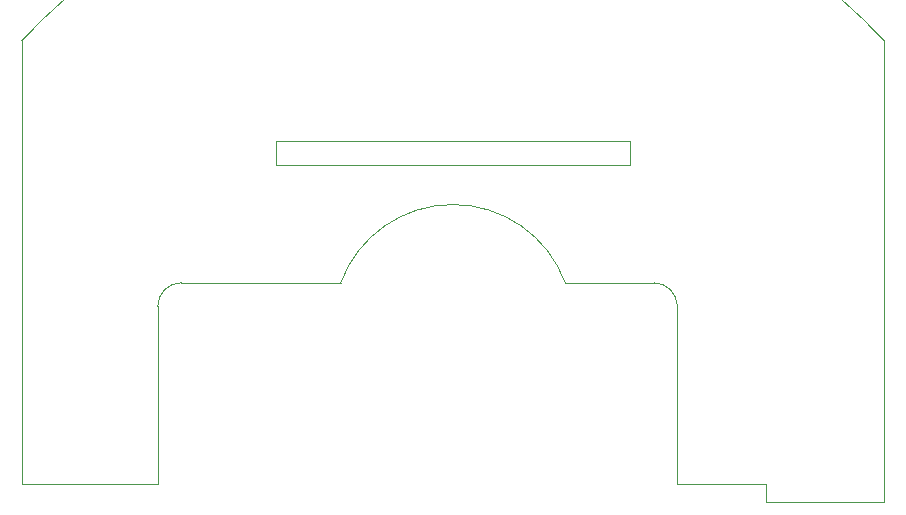
<source format=gbr>
%TF.GenerationSoftware,KiCad,Pcbnew,9.0.0*%
%TF.CreationDate,2025-06-18T11:31:42+09:00*%
%TF.ProjectId,headlight_upper_side,68656164-6c69-4676-9874-5f7570706572,00*%
%TF.SameCoordinates,Original*%
%TF.FileFunction,Profile,NP*%
%FSLAX46Y46*%
G04 Gerber Fmt 4.6, Leading zero omitted, Abs format (unit mm)*
G04 Created by KiCad (PCBNEW 9.0.0) date 2025-06-18 11:31:42*
%MOMM*%
%LPD*%
G01*
G04 APERTURE LIST*
%TA.AperFunction,Profile*%
%ADD10C,0.050000*%
%TD*%
G04 APERTURE END LIST*
D10*
X46750000Y-47000000D02*
X46750000Y-49000000D01*
X80749999Y-61000000D02*
X80749999Y-75999999D01*
X36749999Y-75999999D02*
X36749999Y-60999999D01*
X98249999Y-77599999D02*
X88249999Y-77599999D01*
X36749999Y-75999999D02*
X25249999Y-75999999D01*
X76750000Y-47000000D02*
X61750000Y-47000000D01*
X52250000Y-58999999D02*
X38749999Y-58999999D01*
X25249999Y-75999999D02*
X25249999Y-38499999D01*
X78749999Y-58999999D02*
G75*
G02*
X80750001Y-60999999I1J-2000001D01*
G01*
X80749999Y-75999999D02*
X88249999Y-75999999D01*
X76750000Y-49000000D02*
X76750000Y-47000000D01*
X61750000Y-47000000D02*
X46750000Y-47000000D01*
X52249999Y-58999999D02*
G75*
G02*
X71249999Y-58999999I9500000J-3500001D01*
G01*
X71249999Y-58999999D02*
X78749999Y-58999999D01*
X88249999Y-77599999D02*
X88249999Y-75999999D01*
X36749999Y-60999999D02*
G75*
G02*
X38749999Y-58999999I2000001J-1D01*
G01*
X46750000Y-49000000D02*
X76750000Y-49000000D01*
X98249999Y-75999999D02*
X98249999Y-77599999D01*
X25249999Y-38499999D02*
G75*
G02*
X98249999Y-38499999I36500000J-34099999D01*
G01*
X98249999Y-75999999D02*
X98249999Y-75499999D01*
X98249999Y-75499999D02*
X98249999Y-38499999D01*
M02*

</source>
